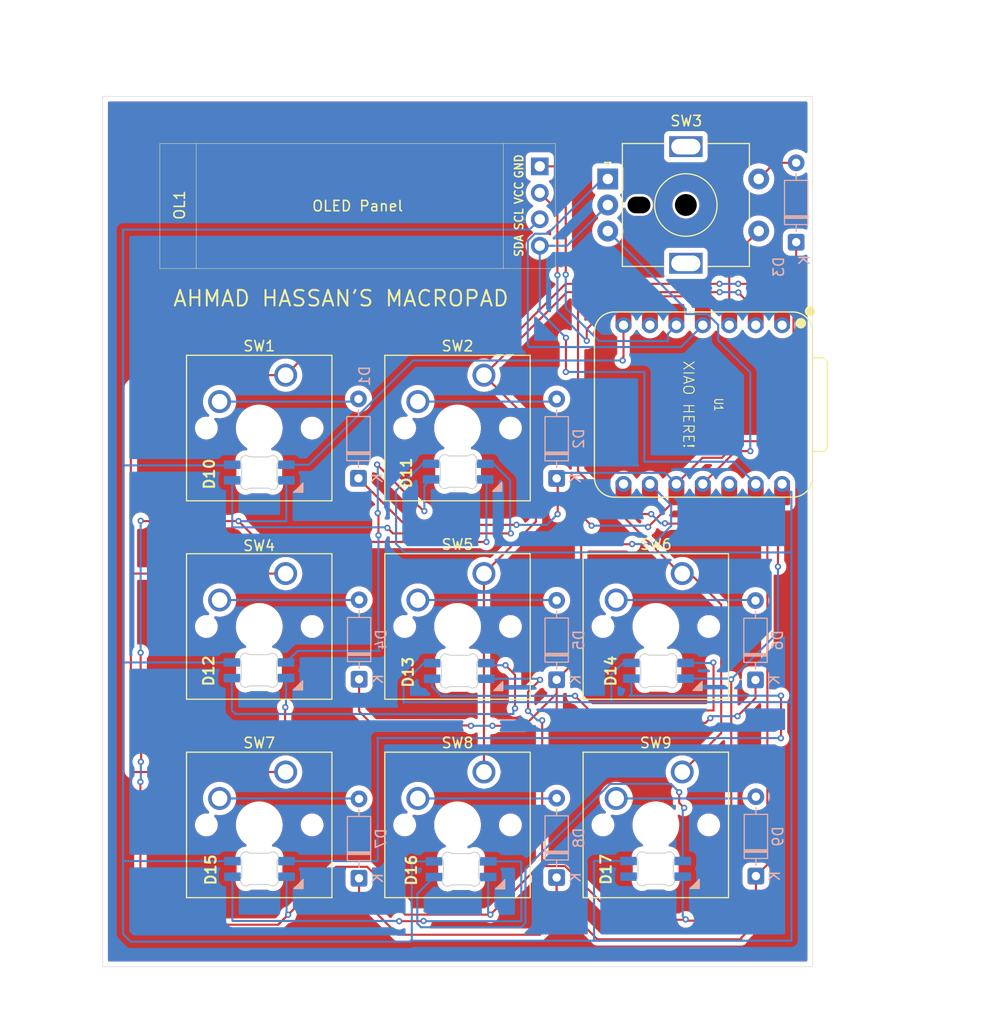
<source format=kicad_pcb>
(kicad_pcb (version 20241229) (generator "pcbnew") (generator_version "9.0")
  (layers (0 "F.Cu" signal) (2 "B.Cu" signal) (13 "F.Paste" user) (15 "B.Paste" user) (5 "F.SilkS" user "F.Silkscreen") (7 "B.SilkS" user "B.Silkscreen") (1 "F.Mask" user) (3 "B.Mask" user) (25 "Edge.Cuts" user))
  (net 0 "")
  (net 1 "ROW0")
  (net 2 "Net-(D1-A)")
  (net 3 "+5V")
  (net 4 "GND")
  (net 5 "Net-(D2-A)")
  (net 6 "Net-(D3-A)")
  (net 7 "ROW1")
  (net 8 "Net-(D4-A)")
  (net 9 "Net-(U1-GPIO3{slash}MOSI)")
  (net 10 "Net-(D5-A)")
  (net 11 "Net-(D6-A)")
  (net 12 "ROW2")
  (net 13 "Net-(D7-A)")
  (net 15 "Net-(D8-A)")
  (net 16 "Net-(D9-A)")
  (net 17 "Net-(D10-DIN)")
  (net 18 "Net-(D10-DOUT)")
  (net 19 "Net-(D11-DOUT)")
  (net 20 "Net-(D12-DOUT)")
  (net 21 "Net-(D13-DOUT)")
  (net 22 "Net-(D14-DOUT)")
  (net 23 "Net-(D15-DOUT)")
  (net 24 "Net-(D16-DOUT)")
  (net 25 "Net-(OL1-SCL)")
  (net 26 "Net-(OL1-SDA)")
  (net 27 "COLUMN0")
  (net 28 "COLUMN1")
  (net 29 "COLUMN2")
  (net 30 "Net-(U1-GPIO29{slash}ADC3{slash}A3)")
  (footprint "footprints:SK6812MINI-E_fixed" (layer "F.Cu") (at 143.03 113.91)
    (property "Reference" "D13")
    (property "Value" "SK6812MINI-E")
    (fp_line (start -1.699998 0.6) (end -1.699998 -0.805684) (stroke (width 0.1)) (layer "Edge.Cuts"))
    (fp_line (start -0.794451 -1.602841) (end 0.794454 -1.602841) (stroke (width 0.1)) (layer "Edge.Cuts"))
    (fp_line (start 0.794453 1.397158) (end -0.794451 1.397158) (stroke (width 0.1)) (layer "Edge.Cuts"))
    (fp_line (start 1.7 -0.805684) (end 1.7 0.6) (stroke (width 0.1)) (layer "Edge.Cuts"))
    (fp_arc (start -1.749483 -1.022562) (mid -1.712526 -0.91691) (end -1.699998 -0.805684) (stroke (width 0.1)) (layer "Edge.Cuts"))
    (fp_arc (start -1.749483 -1.022562) (mid -1.63807 -1.606877) (end -1.04671 -1.671141) (stroke (width 0.1)) (layer "Edge.Cuts"))
    (fp_arc (start -1.699998 0.600001) (mid -1.712526 0.711226) (end -1.749483 0.816878) (stroke (width 0.1)) (layer "Edge.Cuts"))
    (fp_arc (start -1.04671 1.465455) (mid -1.638069 1.401192) (end -1.749483 0.816878) (stroke (width 0.1)) (layer "Edge.Cuts"))
    (fp_arc (start -1.046709 1.465457) (mid -0.925121 1.414535) (end -0.794451 1.397158) (stroke (width 0.1)) (layer "Edge.Cuts"))
    (fp_arc (start -0.794452 -1.602842) (mid -0.925122 -1.620219) (end -1.04671 -1.671141) (stroke (width 0.1)) (layer "Edge.Cuts"))
    (fp_arc (start 0.794453 1.397158) (mid 0.925124 1.414535) (end 1.046712 1.465457) (stroke (width 0.1)) (layer "Edge.Cuts"))
    (fp_arc (start 1.046712 -1.67114) (mid 0.925124 -1.620218) (end 0.794454 -1.602841) (stroke (width 0.1)) (layer "Edge.Cuts"))
    (fp_arc (start 1.046712 -1.67114) (mid 1.638072 -1.606876) (end 1.749485 -1.022562) (stroke (width 0.1)) (layer "Edge.Cuts"))
    (fp_arc (start 1.7 -0.805685) (mid 1.712528 -0.91691) (end 1.749485 -1.022562) (stroke (width 0.1)) (layer "Edge.Cuts"))
    (fp_arc (start 1.749485 0.816877) (mid 1.638073 1.401193) (end 1.046712 1.465457) (stroke (width 0.1)) (layer "Edge.Cuts"))
    (fp_arc (start 1.749485 0.816878) (mid 1.712528 0.711226) (end 1.7 0.6) (stroke (width 0.1)) (layer "Edge.Cuts"))
  )
  (footprint "footprints:SK6812MINI-E_fixed" (layer "F.Cu") (at 143.217499 132.942842)
    (property "Reference" "D16")
    (property "Value" "SK6812MINI-E")
    (fp_line (start -1.699998 0.6) (end -1.699998 -0.805684) (stroke (width 0.1)) (layer "Edge.Cuts"))
    (fp_line (start -0.794451 -1.602841) (end 0.794454 -1.602841) (stroke (width 0.1)) (layer "Edge.Cuts"))
    (fp_line (start 0.794453 1.397158) (end -0.794451 1.397158) (stroke (width 0.1)) (layer "Edge.Cuts"))
    (fp_line (start 1.7 -0.805684) (end 1.7 0.6) (stroke (width 0.1)) (layer "Edge.Cuts"))
    (fp_arc (start -1.749483 -1.022562) (mid -1.712526 -0.91691) (end -1.699998 -0.805684) (stroke (width 0.1)) (layer "Edge.Cuts"))
    (fp_arc (start -1.749483 -1.022562) (mid -1.63807 -1.606877) (end -1.04671 -1.671141) (stroke (width 0.1)) (layer "Edge.Cuts"))
    (fp_arc (start -1.699998 0.600001) (mid -1.712526 0.711226) (end -1.749483 0.816878) (stroke (width 0.1)) (layer "Edge.Cuts"))
    (fp_arc (start -1.04671 1.465455) (mid -1.638069 1.401192) (end -1.749483 0.816878) (stroke (width 0.1)) (layer "Edge.Cuts"))
    (fp_arc (start -1.046709 1.465457) (mid -0.925121 1.414535) (end -0.794451 1.397158) (stroke (width 0.1)) (layer "Edge.Cuts"))
    (fp_arc (start -0.794452 -1.602842) (mid -0.925122 -1.620219) (end -1.04671 -1.671141) (stroke (width 0.1)) (layer "Edge.Cuts"))
    (fp_arc (start 0.794453 1.397158) (mid 0.925124 1.414535) (end 1.046712 1.465457) (stroke (width 0.1)) (layer "Edge.Cuts"))
    (fp_arc (start 1.046712 -1.67114) (mid 0.925124 -1.620218) (end 0.794454 -1.602841) (stroke (width 0.1)) (layer "Edge.Cuts"))
    (fp_arc (start 1.046712 -1.67114) (mid 1.638072 -1.606876) (end 1.749485 -1.022562) (stroke (width 0.1)) (layer "Edge.Cuts"))
    (fp_arc (start 1.7 -0.805685) (mid 1.712528 -0.91691) (end 1.749485 -1.022562) (stroke (width 0.1)) (layer "Edge.Cuts"))
    (fp_arc (start 1.749485 0.816877) (mid 1.638073 1.401193) (end 1.046712 1.465457) (stroke (width 0.1)) (layer "Edge.Cuts"))
    (fp_arc (start 1.749485 0.816878) (mid 1.712528 0.711226) (end 1.7 0.6) (stroke (width 0.1)) (layer "Edge.Cuts"))
  )
  (footprint "footprints:SK6812MINI-E_fixed" (layer "F.Cu") (at 123.83 94.86)
    (property "Reference" "D10")
    (property "Value" "SK6812MINI-E")
    (fp_line (start -1.699998 0.6) (end -1.699998 -0.805684) (stroke (width 0.1)) (layer "Edge.Cuts"))
    (fp_line (start -0.794451 -1.602841) (end 0.794454 -1.602841) (stroke (width 0.1)) (layer "Edge.Cuts"))
    (fp_line (start 0.794453 1.397158) (end -0.794451 1.397158) (stroke (width 0.1)) (layer "Edge.Cuts"))
    (fp_line (start 1.7 -0.805684) (end 1.7 0.6) (stroke (width 0.1)) (layer "Edge.Cuts"))
    (fp_arc (start -1.749483 -1.022562) (mid -1.712526 -0.91691) (end -1.699998 -0.805684) (stroke (width 0.1)) (layer "Edge.Cuts"))
    (fp_arc (start -1.749483 -1.022562) (mid -1.63807 -1.606877) (end -1.04671 -1.671141) (stroke (width 0.1)) (layer "Edge.Cuts"))
    (fp_arc (start -1.699998 0.600001) (mid -1.712526 0.711226) (end -1.749483 0.816878) (stroke (width 0.1)) (layer "Edge.Cuts"))
    (fp_arc (start -1.04671 1.465455) (mid -1.638069 1.401192) (end -1.749483 0.816878) (stroke (width 0.1)) (layer "Edge.Cuts"))
    (fp_arc (start -1.046709 1.465457) (mid -0.925121 1.414535) (end -0.794451 1.397158) (stroke (width 0.1)) (layer "Edge.Cuts"))
    (fp_arc (start -0.794452 -1.602842) (mid -0.925122 -1.620219) (end -1.04671 -1.671141) (stroke (width 0.1)) (layer "Edge.Cuts"))
    (fp_arc (start 0.794453 1.397158) (mid 0.925124 1.414535) (end 1.046712 1.465457) (stroke (width 0.1)) (layer "Edge.Cuts"))
    (fp_arc (start 1.046712 -1.67114) (mid 0.925124 -1.620218) (end 0.794454 -1.602841) (stroke (width 0.1)) (layer "Edge.Cuts"))
    (fp_arc (start 1.046712 -1.67114) (mid 1.638072 -1.606876) (end 1.749485 -1.022562) (stroke (width 0.1)) (layer "Edge.Cuts"))
    (fp_arc (start 1.7 -0.805685) (mid 1.712528 -0.91691) (end 1.749485 -1.022562) (stroke (width 0.1)) (layer "Edge.Cuts"))
    (fp_arc (start 1.749485 0.816877) (mid 1.638073 1.401193) (end 1.046712 1.465457) (stroke (width 0.1)) (layer "Edge.Cuts"))
    (fp_arc (start 1.749485 0.816878) (mid 1.712528 0.711226) (end 1.7 0.6) (stroke (width 0.1)) (layer "Edge.Cuts"))
  )
  (footprint "Button_Switch_Keyboard:SW_Cherry_MX_1.00u_PCB" (layer "F.Cu") (at 145.415 123.5075)
    (property "Reference" "SW8")
    (property "Value" "SW_Push")
  )
  (footprint "Button_Switch_Keyboard:SW_Cherry_MX_1.00u_PCB" (layer "F.Cu") (at 126.365 104.4575)
    (property "Reference" "SW4")
    (property "Value" "SW_Push")
  )
  (footprint "MacroPad:XIAO-RP2040-DIP" (layer "F.Cu") (at 166.44 88.23 -90)
    (property "Reference" "U1")
    (property "Value" "XIAO-RP2040-DIP")
  )
  (footprint "Button_Switch_Keyboard:SW_Cherry_MX_1.00u_PCB" (layer "F.Cu") (at 145.415 85.4075)
    (property "Reference" "SW2")
    (property "Value" "SW_Push")
  )
  (footprint "Rotary_Encoder:RotaryEncoder_Alps_EC11E-Switch_Vertical_H20mm_MountingHoles" (layer "F.Cu") (at 157.31 66.571)
    (property "Reference" "SW3")
    (property "Value" "RotaryEncoder_Switch")
  )
  (footprint "footprints:SK6812MINI-E_fixed" (layer "F.Cu") (at 123.847499 132.912842)
    (property "Reference" "D15")
    (property "Value" "SK6812MINI-E")
    (fp_line (start -1.699998 0.6) (end -1.699998 -0.805684) (stroke (width 0.1)) (layer "Edge.Cuts"))
    (fp_line (start -0.794451 -1.602841) (end 0.794454 -1.602841) (stroke (width 0.1)) (layer "Edge.Cuts"))
    (fp_line (start 0.794453 1.397158) (end -0.794451 1.397158) (stroke (width 0.1)) (layer "Edge.Cuts"))
    (fp_line (start 1.7 -0.805684) (end 1.7 0.6) (stroke (width 0.1)) (layer "Edge.Cuts"))
    (fp_arc (start -1.749483 -1.022562) (mid -1.712526 -0.91691) (end -1.699998 -0.805684) (stroke (width 0.1)) (layer "Edge.Cuts"))
    (fp_arc (start -1.749483 -1.022562) (mid -1.63807 -1.606877) (end -1.04671 -1.671141) (stroke (width 0.1)) (layer "Edge.Cuts"))
    (fp_arc (start -1.699998 0.600001) (mid -1.712526 0.711226) (end -1.749483 0.816878) (stroke (width 0.1)) (layer "Edge.Cuts"))
    (fp_arc (start -1.04671 1.465455) (mid -1.638069 1.401192) (end -1.749483 0.816878) (stroke (width 0.1)) (layer "Edge.Cuts"))
    (fp_arc (start -1.046709 1.465457) (mid -0.925121 1.414535) (end -0.794451 1.397158) (stroke (width 0.1)) (layer "Edge.Cuts"))
    (fp_arc (start -0.794452 -1.602842) (mid -0.925122 -1.620219) (end -1.04671 -1.671141) (stroke (width 0.1)) (layer "Edge.Cuts"))
    (fp_arc (start 0.794453 1.397158) (mid 0.925124 1.414535) (end 1.046712 1.465457) (stroke (width 0.1)) (layer "Edge.Cuts"))
    (fp_arc (start 1.046712 -1.67114) (mid 0.925124 -1.620218) (end 0.794454 -1.602841) (stroke (width 0.1)) (layer "Edge.Cuts"))
    (fp_arc (start 1.046712 -1.67114) (mid 1.638072 -1.606876) (end 1.749485 -1.022562) (stroke (width 0.1)) (layer "Edge.Cuts"))
    (fp_arc (start 1.7 -0.805685) (mid 1.712528 -0.91691) (end 1.749485 -1.022562) (stroke (width 0.1)) (layer "Edge.Cuts"))
    (fp_arc (start 1.749485 0.816877) (mid 1.638073 1.401193) (end 1.046712 1.465457) (stroke (width 0.1)) (layer "Edge.Cuts"))
    (fp_arc (start 1.749485 0.816878) (mid 1.712528 0.711226) (end 1.7 0.6) (stroke (width 0.1)) (layer "Edge.Cuts"))
  )
  (footprint "Library:SSD1306-0.91-OLED-4pin-128x32" (layer "F.Cu") (at 114.275 63.17125)
    (property "Reference" "OL1")
    (property "Value" "OLED")
  )
  (footprint "footprints:SK6812MINI-E_fixed" (layer "F.Cu") (at 142.93 94.77)
    (property "Reference" "D11")
    (property "Value" "SK6812MINI-E")
    (fp_line (start -1.699998 0.6) (end -1.699998 -0.805684) (stroke (width 0.1)) (layer "Edge.Cuts"))
    (fp_line (start -0.794451 -1.602841) (end 0.794454 -1.602841) (stroke (width 0.1)) (layer "Edge.Cuts"))
    (fp_line (start 0.794453 1.397158) (end -0.794451 1.397158) (stroke (width 0.1)) (layer "Edge.Cuts"))
    (fp_line (start 1.7 -0.805684) (end 1.7 0.6) (stroke (width 0.1)) (layer "Edge.Cuts"))
    (fp_arc (start -1.749483 -1.022562) (mid -1.712526 -0.91691) (end -1.699998 -0.805684) (stroke (width 0.1)) (layer "Edge.Cuts"))
    (fp_arc (start -1.749483 -1.022562) (mid -1.63807 -1.606877) (end -1.04671 -1.671141) (stroke (width 0.1)) (layer "Edge.Cuts"))
    (fp_arc (start -1.699998 0.600001) (mid -1.712526 0.711226) (end -1.749483 0.816878) (stroke (width 0.1)) (layer "Edge.Cuts"))
    (fp_arc (start -1.04671 1.465455) (mid -1.638069 1.401192) (end -1.749483 0.816878) (stroke (width 0.1)) (layer "Edge.Cuts"))
    (fp_arc (start -1.046709 1.465457) (mid -0.925121 1.414535) (end -0.794451 1.397158) (stroke (width 0.1)) (layer "Edge.Cuts"))
    (fp_arc (start -0.794452 -1.602842) (mid -0.925122 -1.620219) (end -1.04671 -1.671141) (stroke (width 0.1)) (layer "Edge.Cuts"))
    (fp_arc (start 0.794453 1.397158) (mid 0.925124 1.414535) (end 1.046712 1.465457) (stroke (width 0.1)) (layer "Edge.Cuts"))
    (fp_arc (start 1.046712 -1.67114) (mid 0.925124 -1.620218) (end 0.794454 -1.602841) (stroke (width 0.1)) (layer "Edge.Cuts"))
    (fp_arc (start 1.046712 -1.67114) (mid 1.638072 -1.606876) (end 1.749485 -1.022562) (stroke (width 0.1)) (layer "Edge.Cuts"))
    (fp_arc (start 1.7 -0.805685) (mid 1.712528 -0.91691) (end 1.749485 -1.022562) (stroke (width 0.1)) (layer "Edge.Cuts"))
    (fp_arc (start 1.749485 0.816877) (mid 1.638073 1.401193) (end 1.046712 1.465457) (stroke (width 0.1)) (layer "Edge.Cuts"))
    (fp_arc (start 1.749485 0.816878) (mid 1.712528 0.711226) (end 1.7 0.6) (stroke (width 0.1)) (layer "Edge.Cuts"))
  )
  (footprint "Button_Switch_Keyboard:SW_Cherry_MX_1.00u_PCB" (layer "F.Cu") (at 164.465 104.4575)
    (property "Reference" "SW6")
    (property "Value" "SW_Push")
  )
  (footprint "footprints:SK6812MINI-E_fixed" (layer "F.Cu") (at 161.907499 132.902842)
    (property "Reference" "D17")
    (property "Value" "SK6812MINI-E")
    (fp_line (start -1.699998 0.6) (end -1.699998 -0.805684) (stroke (width 0.1)) (layer "Edge.Cuts"))
    (fp_line (start -0.794451 -1.602841) (end 0.794454 -1.602841) (stroke (width 0.1)) (layer "Edge.Cuts"))
    (fp_line (start 0.794453 1.397158) (end -0.794451 1.397158) (stroke (width 0.1)) (layer "Edge.Cuts"))
    (fp_line (start 1.7 -0.805684) (end 1.7 0.6) (stroke (width 0.1)) (layer "Edge.Cuts"))
    (fp_arc (start -1.749483 -1.022562) (mid -1.712526 -0.91691) (end -1.699998 -0.805684) (stroke (width 0.1)) (layer "Edge.Cuts"))
    (fp_arc (start -1.749483 -1.022562) (mid -1.63807 -1.606877) (end -1.04671 -1.671141) (stroke (width 0.1)) (layer "Edge.Cuts"))
    (fp_arc (start -1.699998 0.600001) (mid -1.712526 0.711226) (end -1.749483 0.816878) (stroke (width 0.1)) (layer "Edge.Cuts"))
    (fp_arc (start -1.04671 1.465455) (mid -1.638069 1.401192) (end -1.749483 0.816878) (stroke (width 0.1)) (layer "Edge.Cuts"))
    (fp_arc (start -1.046709 1.465457) (mid -0.925121 1.414535) (end -0.794451 1.397158) (stroke (width 0.1)) (layer "Edge.Cuts"))
    (fp_arc (start -0.794452 -1.602842) (mid -0.925122 -1.620219) (end -1.04671 -1.671141) (stroke (width 0.1)) (layer "Edge.Cuts"))
    (fp_arc (start 0.794453 1.397158) (mid 0.925124 1.414535) (end 1.046712 1.465457) (stroke (width 0.1)) (layer "Edge.Cuts"))
    (fp_arc (start 1.046712 -1.67114) (mid 0.925124 -1.620218) (end 0.794454 -1.602841) (stroke (width 0.1)) (layer "Edge.Cuts"))
    (fp_arc (start 1.046712 -1.67114) (mid 1.638072 -1.606876) (end 1.749485 -1.022562) (stroke (width 0.1)) (layer "Edge.Cuts"))
    (fp_arc (start 1.7 -0.805685) (mid 1.712528 -0.91691) (end 1.749485 -1.022562) (stroke (width 0.1)) (layer "Edge.Cuts"))
    (fp_arc (start 1.749485 0.816877) (mid 1.638073 1.401193) (end 1.046712 1.465457) (stroke (width 0.1)) (layer "Edge.Cuts"))
    (fp_arc (start 1.749485 0.816878) (mid 1.712528 0.711226) (end 1.7 0.6) (stroke (width 0.1)) (layer "Edge.Cuts"))
  )
  (footprint "Button_Switch_Keyboard:SW_Cherry_MX_1.00u_PCB" (layer "F.Cu") (at 145.415 104.4575)
    (property "Reference" "SW5")
    (property "Value" "SW_Push")
  )
  (footprint "footprints:SK6812MINI-E_fixed" (layer "F.Cu") (at 123.797499 113.842842)
    (property "Reference" "D12")
    (property "Value" "SK6812MINI-E")
    (fp_line (start -1.699998 0.6) (end -1.699998 -0.805684) (stroke (width 0.1)) (layer "Edge.Cuts"))
    (fp_line (start -0.794451 -1.602841) (end 0.794454 -1.602841) (stroke (width 0.1)) (layer "Edge.Cuts"))
    (fp_line (start 0.794453 1.397158) (end -0.794451 1.397158) (stroke (width 0.1)) (layer "Edge.Cuts"))
    (fp_line (start 1.7 -0.805684) (end 1.7 0.6) (stroke (width 0.1)) (layer "Edge.Cuts"))
    (fp_arc (start -1.749483 -1.022562) (mid -1.712526 -0.91691) (end -1.699998 -0.805684) (stroke (width 0.1)) (layer "Edge.Cuts"))
    (fp_arc (start -1.749483 -1.022562) (mid -1.63807 -1.606877) (end -1.04671 -1.671141) (stroke (width 0.1)) (layer "Edge.Cuts"))
    (fp_arc (start -1.699998 0.600001) (mid -1.712526 0.711226) (end -1.749483 0.816878) (stroke (width 0.1)) (layer "Edge.Cuts"))
    (fp_arc (start -1.04671 1.465455) (mid -1.638069 1.401192) (end -1.749483 0.816878) (stroke (width 0.1)) (layer "Edge.Cuts"))
    (fp_arc (start -1.046709 1.465457) (mid -0.925121 1.414535) (end -0.794451 1.397158) (stroke (width 0.1)) (layer "Edge.Cuts"))
    (fp_arc (start -0.794452 -1.602842) (mid -0.925122 -1.620219) (end -1.04671 -1.671141) (stroke (width 0.1)) (layer "Edge.Cuts"))
    (fp_arc (start 0.794453 1.397158) (mid 0.925124 1.414535) (end 1.046712 1.465457) (stroke (width 0.1)) (layer "Edge.Cuts"))
    (fp_arc (start 1.046712 -1.67114) (mid 0.925124 -1.620218) (end 0.794454 -1.602841) (stroke (width 0.1)) (layer "Edge.Cuts"))
    (fp_arc (start 1.046712 -1.67114) (mid 1.638072 -1.606876) (end 1.749485 -1.022562) (stroke (width 0.1)) (layer "Edge.Cuts"))
    (fp_arc (start 1.7 -0.805685) (mid 1.712528 -0.91691) (end 1.749485 -1.022562) (stroke (width 0.1)) (layer "Edge.Cuts"))
    (fp_arc (start 1.749485 0.816877) (mid 1.638073 1.401193) (end 1.046712 1.465457) (stroke (width 0.1)) (layer "Edge.Cuts"))
    (fp_arc (start 1.749485 0.816878) (mid 1.712528 0.711226) (end 1.7 0.6) (stroke (width 0.1)) (layer "Edge.Cuts"))
  )
  (footprint "Button_Switch_Keyboard:SW_Cherry_MX_1.00u_PCB" (layer "F.Cu") (at 126.365 123.5075)
    (property "Reference" "SW7")
    (property "Value" "SW_Push")
  )
  (footprint "Button_Switch_Keyboard:SW_Cherry_MX_1.00u_PCB" (layer "F.Cu") (at 126.365 85.4075)
    (property "Reference" "SW1")
    (property "Value" "SW_Push")
  )
  (footprint "footprints:SK6812MINI-E_fixed" (layer "F.Cu") (at 162.177499 113.892842)
    (property "Reference" "D14")
    (property "Value" "SK6812MINI-E")
    (fp_line (start -1.699998 0.6) (end -1.699998 -0.805684) (stroke (width 0.1)) (layer "Edge.Cuts"))
    (fp_line (start -0.794451 -1.602841) (end 0.794454 -1.602841) (stroke (width 0.1)) (layer "Edge.Cuts"))
    (fp_line (start 0.794453 1.397158) (end -0.794451 1.397158) (stroke (width 0.1)) (layer "Edge.Cuts"))
    (fp_line (start 1.7 -0.805684) (end 1.7 0.6) (stroke (width 0.1)) (layer "Edge.Cuts"))
    (fp_arc (start -1.749483 -1.022562) (mid -1.712526 -0.91691) (end -1.699998 -0.805684) (stroke (width 0.1)) (layer "Edge.Cuts"))
    (fp_arc (start -1.749483 -1.022562) (mid -1.63807 -1.606877) (end -1.04671 -1.671141) (stroke (width 0.1)) (layer "Edge.Cuts"))
    (fp_arc (start -1.699998 0.600001) (mid -1.712526 0.711226) (end -1.749483 0.816878) (stroke (width 0.1)) (layer "Edge.Cuts"))
    (fp_arc (start -1.04671 1.465455) (mid -1.638069 1.401192) (end -1.749483 0.816878) (stroke (width 0.1)) (layer "Edge.Cuts"))
    (fp_arc (start -1.046709 1.465457) (mid -0.925121 1.414535) (end -0.794451 1.397158) (stroke (width 0.1)) (layer "Edge.Cuts"))
    (fp_arc (start -0.794452 -1.602842) (mid -0.925122 -1.620219) (end -1.04671 -1.671141) (stroke (width 0.1)) (layer "Edge.Cuts"))
    (fp_arc (start 0.794453 1.397158) (mid 0.925124 1.414535) (end 1.046712 1.465457) (stroke (width 0.1)) (layer "Edge.Cuts"))
    (fp_arc (start 1.046712 -1.67114) (mid 0.925124 -1.620218) (end 0.794454 -1.602841) (stroke (width 0.1)) (layer "Edge.Cuts"))
    (fp_arc (start 1.046712 -1.67114) (mid 1.638072 -1.606876) (end 1.749485 -1.022562) (stroke (width 0.1)) (layer "Edge.Cuts"))
    (fp_arc (start 1.7 -0.805685) (mid 1.712528 -0.91691) (end 1.749485 -1.022562) (stroke (width 0.1)) (layer "Edge.Cuts"))
    (fp_arc (start 1.749485 0.816877) (mid 1.638073 1.401193) (end 1.046712 1.465457) (stroke (width 0.1)) (layer "Edge.Cuts"))
    (fp_arc (start 1.749485 0.816878) (mid 1.712528 0.711226) (end 1.7 0.6) (stroke (width 0.1)) (layer "Edge.Cuts"))
  )
  (footprint "Button_Switch_Keyboard:SW_Cherry_MX_1.00u_PCB" (layer "F.Cu") (at 164.465 123.5075)
    (property "Reference" "SW9")
    (property "Value" "SW_Push")
  )
  (footprint "Diode_THT:D_DO-35_SOD27_P7.62mm_Horizontal" (layer "B.Cu") (at 133.36 95.31 90)
    (property "Reference" "D1")
    (property "Value" "1N4148")
  )
  (footprint "Diode_THT:D_DO-35_SOD27_P7.62mm_Horizontal" (layer "B.Cu") (at 133.42 114.6 90)
    (property "Reference" "D4")
    (property "Value" "1N4148")
  )
  (footprint "Diode_THT:D_DO-35_SOD27_P7.62mm_Horizontal" (layer "B.Cu") (at 152.4 133.64 90)
    (property "Reference" "D8")
    (property "Value" "1N4148")
  )
  (footprint "Diode_THT:D_DO-35_SOD27_P7.62mm_Horizontal" (layer "B.Cu") (at 133.41 133.71 90)
    (property "Reference" "D7")
    (property "Value" "1N4148")
  )
  (footprint "Diode_THT:D_DO-35_SOD27_P7.62mm_Horizontal" (layer "B.Cu") (at 175.41 72.64 90)
    (property "Reference" "D3")
    (property "Value" "1N4148")
  )
  (footprint "Diode_THT:D_DO-35_SOD27_P7.62mm_Horizontal" (layer "B.Cu") (at 152.4 95.32 90)
    (property "Reference" "D2")
    (property "Value" "1N4148")
  )
  (footprint "Diode_THT:D_DO-35_SOD27_P7.62mm_Horizontal" (layer "B.Cu") (at 171.5 114.67 90)
    (property "Reference" "D6")
    (property "Value" "1N4148")
  )
  (footprint "Diode_THT:D_DO-35_SOD27_P7.62mm_Horizontal" (layer "B.Cu") (at 152.4 114.65 90)
    (property "Reference" "D5")
    (property "Value" "1N4148")
  )
  (footprint "Diode_THT:D_DO-35_SOD27_P7.62mm_Horizontal" (layer "B.Cu") (at 171.54 133.5 90)
    (property "Reference" "D9")
    (property "Value" "1N4148")
  )
  (gr_rect (start 108.79 58.64) (end 176.99 142.2) (stroke (width 0.05)) (fill no) (layer "Edge.Cuts"))
  (gr_text "AHMAD HASSAN'S MACROPAD" (at 131.68 78.04 0) (layer "F.SilkS") (effects (font (size 1.5 1.5) (thickness 0.1875))))
  (gr_text "XIAO HERE!" (at 164.48 83.94 270) (layer "F.SilkS") (effects (font (size 1 1) (thickness 0.1)) (justify left bottom)))
  (segment (start 152.5 95.31) (end 152.5 98.74) (width 0.2) (layer "F.Cu") (net 1))
  (segment (start 175.19 91.75) (end 169.87 91.75) (width 0.2) (layer "F.Cu") (net 1))
  (segment (start 152.5 98.74) (end 152.49 98.75) (width 0.2) (layer "F.Cu") (net 1))
  (segment (start 168.28 93.34) (end 166.41 93.34) (width 0.2) (layer "F.Cu") (net 1))
  (segment (start 175.15 91.71) (end 175.19 91.75) (width 0.2) (layer "F.Cu") (net 1))
  (segment (start 175.15 74.355) (end 175.15 91.71) (width 0.2) (layer "F.Cu") (net 1))
  (segment (start 137.83 99.78) (end 133.36 95.31) (width 0.2) (layer "F.Cu") (net 1))
  (segment (start 152.5 95.31) (end 152.5 96.6) (width 0.2) (layer "F.Cu") (net 1))
  (segment (start 152.5 96.6) (end 155.76 99.86) (width 0.2) (layer "F.Cu") (net 1))
  (segment (start 166.41 93.34) (end 163.9 95.85) (width 0.2) (layer "F.Cu") (net 1))
  (segment (start 148.53 99.78) (end 137.83 99.78) (width 0.2) (layer "F.Cu") (net 1))
  (segment (start 169.87 91.75) (end 168.28 93.34) (width 0.2) (layer "F.Cu") (net 1))
  (segment (start 161.18 99.99) (end 163.9 97.27) (width 0.2) (layer "F.Cu") (net 1))
  (segment (start 163.9 97.27) (end 163.9 95.85) (width 0.2) (layer "F.Cu") (net 1))
  (segment (start 175.41 74.095) (end 175.41 72.64) (width 0.2) (layer "F.Cu") (net 1))
  (segment (start 175.15 74.355) (end 175.41 74.095) (width 0.2) (layer "F.Cu") (net 1))
  (via (at 152.49 98.75) (size 0.6) (drill 0.3) (layers "F.Cu" "B.Cu") (net 1))
  (via (at 148.53 99.78) (size 0.6) (drill 0.3) (layers "F.Cu" "B.Cu") (net 1))
  (via (at 155.76 99.86) (size 0.6) (drill 0.3) (layers "F.Cu" "B.Cu") (net 1))
  (via (at 161.18 99.99) (size 0.6) (drill 0.3) (layers "F.Cu" "B.Cu") (net 1))
  (segment (start 153.023 94.787) (end 162.837 94.787) (width 0.2) (layer "B.Cu") (net 1))
  (segment (start 155.76 99.86) (end 161.05 99.86) (width 0.2) (layer "B.Cu") (net 1))
  (segment (start 161.05 99.86) (end 161.18 99.99) (width 0.2) (layer "B.Cu") (net 1))
  (segment (start 152.5 95.31) (end 153.023 94.787) (width 0.2) (layer "B.Cu") (net 1))
  (segment (start 151.46 99.78) (end 148.53 99.78) (width 0.2) (layer "B.Cu") (net 1))
  (segment (start 162.837 94.787) (end 163.9 95.85) (width 0.2) (layer "B.Cu") (net 1))
  (segment (start 152.49 98.75) (end 151.46 99.78) (width 0.2) (layer "B.Cu") (net 1))
  (segment (start 120.015 87.9475) (end 133.1025 87.9475) (width 0.2) (layer "B.Cu") (net 2))
  (segment (start 133.1025 87.9475) (end 133.36 87.69) (width 0.2) (layer "B.Cu") (net 2))
  (segment (start 133.5 87.69) (end 133.17 87.69) (width 0.2) (layer "B.Cu") (net 2))
  (segment (start 133.17 87.69) (end 132.9125 87.9475) (width 0.2) (layer "B.Cu") (net 2))
  (segment (start 133.2425 87.9475) (end 133.5 87.69) (width 0.2) (layer "B.Cu") (net 2))
  (segment (start 137.7 114.977159) (end 139.620001 113.057158) (width 0.2) (layer "B.Cu") (net 3))
  (segment (start 139.530001 93.917158) (end 140.330001 93.917158) (width 0.2) (layer "B.Cu") (net 3))
  (segment (start 110.74 139.06) (end 111.48 139.8) (width 0.2) (layer "B.Cu") (net 3))
  (segment (start 139.660001 113.017158) (end 140.460001 113.017158) (width 0.2) (layer "B.Cu") (net 3))
  (segment (start 110.74 71.43) (end 110.74 94.03) (width 0.2) (layer "B.Cu") (net 3))
  (segment (start 110.78 94.07) (end 110.74 94.07) (width 0.2) (layer "B.Cu") (net 3))
  (segment (start 139.620001 113.057158) (end 140.430001 113.057158) (width 0.2) (layer "B.Cu") (net 3))
  (segment (start 174.95 102.43) (end 137.79 102.43) (width 0.2) (layer "B.Cu") (net 3))
  (segment (start 155.945 139.705) (end 155.99 139.66) (width 0.2) (layer "B.Cu") (net 3))
  (segment (start 157.65 114.1675) (end 158.7775 113.04) (width 0.2) (layer "B.Cu") (net 3))
  (segment (start 174.95 116.8) (end 157.65 116.8) (width 0.2) (layer "B.Cu") (net 3))
  (segment (start 174.93 139.705) (end 155.945 139.705) (width 0.2) (layer "B.Cu") (net 3))
  (segment (start 110.74 132.07) (end 110.76 132.09) (width 0.2) (layer "B.Cu") (net 3))
  (segment (start 110.74 94.03) (end 110.78 94.07) (width 0.2) (layer "B.Cu") (net 3))
  (segment (start 156.05 132.05) (end 159.3075 132.05) (width 0.2) (layer "B.Cu") (net 3))
  (segment (start 138.48 139.62) (end 138.48 131.95) (width 0.2) (layer "B.Cu") (net 3))
  (segment (start 174.84 96.63) (end 174.06 95.85) (width 0.2) (layer "B.Cu") (net 3))
  (segment (start 138.395 139.705) (end 155.945 139.705) (width 0.2) (layer "B.Cu") (net 3))
  (segment (start 138.62 132.09) (end 140.6175 132.09) (width 0.2) (layer "B.Cu") (net 3))
  (segment (start 138.3 139.8) (end 138.395 139.705) (width 0.2) (layer "B.Cu") (net 3))
  (segment (start 158.7775 113.04) (end 159.5775 113.04) (width 0.2) (layer "B.Cu") (net 3))
  (segment (start 110.74 132.07) (end 110.74 139.06) (width 0.2) (layer "B.Cu") (net 3))
  (segment (start 110.74 112.99) (end 110.74 132.07) (width 0.2) (layer "B.Cu") (net 3))
  (segment (start 149.78625 71.43) (end 110.74 71.43) (width 0.2) (layer "B.Cu") (net 3))
  (segment (start 136.97 101.61) (end 136.97 96.477159) (width 0.2) (layer "B.Cu") (net 3))
  (segment (start 110.79 132.06) (end 121.2475 132.06) (width 0.2) (layer "B.Cu") (net 3))
  (segment (start 157.65 116.8) (end 157.65 114.1675) (width 0.2) (layer "B.Cu") (net 3))
  (segment (start 110.74 94.07) (end 110.74 112.99) (width 0.2) (layer "B.Cu") (net 3))
  (segment (start 138.48 131.95) (end 138.62 132.09) (width 0.2) (layer "B.Cu") (net 3))
  (segment (start 121.230001 94.007158) (end 121.167159 94.07) (width 0.2) (layer "B.Cu") (net 3))
  (segment (start 121.167159 94.07) (end 110.78 94.07) (width 0.2) (layer "B.Cu") (net 3))
  (segment (start 137.7 116.89) (end 137.7 114.977159) (width 0.2) (layer "B.Cu") (net 3))
  (segment (start 155.99 132.17) (end 155.96 132.14) (width 0.2) (layer "B.Cu") (net 3))
  (segment (start 150.775 70.44125) (end 149.78625 71.43) (width 0.2) (layer "B.Cu") (net 3))
  (segment (start 110.76 132.09) (end 110.79 132.06) (width 0.2) (layer "B.Cu") (net 3))
  (segment (start 155.99 139.66) (end 155.99 132.17) (width 0.2) (layer "B.Cu") (net 3))
  (segment (start 174.95 139.685) (end 174.93 139.705) (width 0.2) (layer "B.Cu") (net 3))
  (segment (start 138.395 139.705) (end 138.48 139.62) (width 0.2) (layer "B.Cu") (net 3))
  (segment (start 174.95 96.63) (end 174.84 96.63) (width 0.2) (layer "B.Cu") (net 3))
  (segment (start 137.79 116.8) (end 137.7 116.89) (width 0.2) (layer "B.Cu") (net 3))
  (segment (start 137.79 102.43) (end 136.97 101.61) (width 0.2) (layer "B.Cu") (net 3))
  (segment (start 155.96 132.14) (end 156.05 132.05) (width 0.2) (layer "B.Cu") (net 3))
  (segment (start 174.95 116.8) (end 174.95 139.685) (width 0.2) (layer "B.Cu") (net 3))
  (segment (start 174.95 116.8) (end 174.95 102.43) (width 0.2) (layer "B.Cu") (net 3))
  (segment (start 157.65 116.8) (end 137.79 116.8) (width 0.2) (layer "B.Cu") (net 3))
  (segment (start 111.48 139.8) (end 138.3 139.8) (width 0.2) (layer "B.Cu") (net 3))
  (segment (start 174.95 102.43) (end 174.95 96.63) (width 0.2) (layer "B.Cu") (net 3))
  (segment (start 136.97 96.477159) (end 139.530001 93.917158) (width 0.2) (layer "B.Cu") (net 3))
  (segment (start 110.74 112.99) (end 121.1975 112.99) (width 0.2) (layer "B.Cu") (net 3))
  (segment (start 151.01 132.22) (end 151.01 118.55) (width 0.2) (layer "F.Cu") (net 4))
  (segment (start 153.29 81.82) (end 153.29 84.04) (width 0.2) (layer "F.Cu") (net 4))
  (segment (start 112.48 122.5) (end 112.45 122.53) (width 0.2) (layer "F.Cu") (net 4))
  (segment (start 153.29 84.04) (end 153.29 85.09) (width 0.2) (layer "F.Cu") (net 4))
  (segment (start 150.691 132.539) (end 153.199 132.539) (width 0.2) (layer "F.Cu") (net 4))
  (segment (start 137.84 137.2) (end 146.03 137.2) (width 0.2) (layer "F.Cu") (net 4))
  (segment (start 121.830001 99.42) (end 112.47 99.42) (width 0.2) (layer "F.Cu") (net 4))
  (segment (start 149.65 115.81) (end 150.8 114.66) (width 0.2) (layer "F.Cu") (net 4))
  (segment (start 164.76 137.69) (end 164.79 137.66) (width 0.2) (layer "F.Cu") (net 4))
  (segment (start 150.691 132.539) (end 151.01 132.22) (width 0.2) (layer "F.Cu") (net 4))
  (segment (start 112.48 119.27) (end 112.48 122.5) (width 0.2) (layer "F.Cu") (net 4))
  (segment (start 169.17 137.78) (end 169.17 114.63) (width 0.2) (layer "F.Cu") (net 4))
  (segment (start 164.91 137.78) (end 169.17 137.78) (width 0.2) (layer "F.Cu") (net 4))
  (segment (start 137.77 137.13) (end 137.84 137.2) (width 0.2) (layer "F.Cu") (net 4))
  (segment (start 173.66 103.79) (end 173.66 99.06763) (width 0.2) (layer "F.Cu") (net 4))
  (segment (start 164.79 137.66) (end 164.91 137.78) (width 0.2) (layer "F.Cu") (net 4))
  (segment (start 145.65 101.42) (end 123.830001 101.42) (width 0.2) (layer "F.Cu") (net 4))
  (segment (start 131.201 132.609) (end 134.19516 132.609) (width 0.2) (layer "F.Cu") (net 4))
  (segment (start 146.03 137.2) (end 150.691 132.539) (width 0.2) (layer "F.Cu") (net 4))
  (segment (start 169.17 114.63) (end 169.16 114.62) (width 0.2) (layer "F.Cu") (net 4))
  (segment (start 153.199 132.539) (end 158.35 137.69) (width 0.2) (layer "F.Cu") (net 4))
  (segment (start 112.43 112.05) (end 112.43 119.22) (width 0.2) (layer "F.Cu") (net 4))
  (segment (start 112.41 138.17) (end 125.64 138.17) (width 0.2) (layer "F.Cu") (net 4))
  (segment (start 125.64 138.17) (end 131.201 132.609) (width 0.2) (layer "F.Cu") (net 4))
  (segment (start 112.41 124.46) (end 112.41 138.17) (width 0.2) (layer "F.Cu") (net 4))
  (segment (start 171.52 96.92763) (end 171.52 95.85) (width 0.2) (layer "F.Cu") (net 4))
  (segment (start 173.66 99.06763) (end 171.52 96.92763) (width 0.2) (layer "F.Cu") (net 4))
  (segment (start 123.830001 101.42) (end 121.830001 99.42) (width 0.2) (layer "F.Cu") (net 4))
  (segment (start 125.64 138.17) (end 126.6 137.21) (width 0.2) (layer "F.Cu") (net 4))
  (segment (start 153.29 85.09) (end 153.28 85.1) (width 0.2) (layer "F.Cu") (net 4))
  (segment (start 149.65 117.65) (end 149.65 115.81) (width 0.2) (layer "F.Cu") (net 4))
  (segment (start 126.31 119.27) (end 126.31 117.31) (width 0.2) (layer "F.Cu") (net 4))
  (segment (start 158.35 137.69) (end 164.76 137.69) (width 0.2) (layer "F.Cu") (net 4))
  (segment (start 134.19516 132.609) (end 137.77 136.18384) (width 0.2) (layer "F.Cu") (net 4))
  (segment (start 112.43 119.22) (end 112.48 119.27) (width 0.2) (layer "F.Cu") (net 4))
  (segment (start 126.31 117.31) (end 126.33 117.29) (width 0.2) (layer "F.Cu") (net 4))
  (segment (start 112.48 119.27) (end 126.31 119.27) (width 0.2) (layer "F.Cu") (net 4))
  (segment (start 112.47 99.42) (end 112.44 99.39) (width 0.2) (layer "F.Cu") (net 4))
  (segment (start 137.77 136.18384) (end 137.77 137.13) (width 0.2) (layer "F.Cu") (net 4))
  (via (at 149.65 117.65) (size 0.6) (drill 0.3) (layers "F.Cu" "B.Cu") (net 4))
  (via (at 151.01 118.55) (size 0.6) (drill 0.3) (layers "F.Cu" "B.Cu") (net 4))
  (via (at 146.03 137.2) (size 0.6) (drill 0.3) (layers "F.Cu" "B.Cu") (net 4))
  (via (at 173.66 103.79) (size 0.6) (drill 0.3) (layers "F.Cu" "B.Cu") (net 4))
  (via (at 112.44 99.39) (size 0.6) (drill 0.3) (layers "F.Cu" "B.Cu") (net 4))
  (via (at 150.8 114.66) (size 0.6) (drill 0.3) (layers "F.Cu" "B.Cu") (net 4))
  (via (at 126.6 137.21) (size 0.6) (drill 0.3) (layers "F.Cu" "B.Cu") (net 4))
  (via (at 153.28 85.1) (size 0.6) (drill 0.3) (layers "F.Cu" "B.Cu") (net 4))
  (via (at 126.33 117.29) (size 0.6) (drill 0.3) (layers "F.Cu" "B.Cu") (net 4))
  (via (at 121.830001 99.42) (size 0.6) (drill 0.3) (layers "F.Cu" "B.Cu") (net 4))
  (via (at 145.65 101.42) (size 0.6) (drill 0.3) (layers "F.Cu" "B.Cu") (net 4))
  (via (at 112.45 122.53) (size 0.6) (drill 0.3) (layers "F.Cu" "B.Cu") (net 4))
  (via (at 164.79 137.66) (size 0.6) (drill 0.3) (layers "F.Cu" "B.Cu") (net 4))
  (via (at 153.29 81.82) (size 0.6) (drill 0.3) (layers "F.Cu" "B.Cu") (net 4))
  (via (at 169.16 114.62) (size 0.6) (drill 0.3) (layers "F.Cu" "B.Cu") (net 4))
  (via (at 112.43 112.05) (size 0.6) (drill 0.3) (layers "F.Cu" "B.Cu") (net 4))
  (via (at 112.41 124.46) (size 0.6) (drill 0.3) (layers "F.Cu" "B.Cu") (net 4))
  (segment (start 150.55 118.55) (end 149.65 117.65) (width 0.2) (layer "B.Cu") (net 4))
  (segment (start 150.775 72.98125) (end 153.39975 72.98125) (width 0.2) (layer "B.Cu") (net 4))
  (segment (start 126.6 137.21) (end 126.4475 137.0575) (width 0.2) (layer "B.Cu") (net 4))
  (segment (start 126.45 99.43) (end 121.840001 99.43) (width 0.2) (layer "B.Cu") (net 4))
  (segment (start 150.8 114.66) (end 150.657158 114.517158) (width 0.2) (layer "B.Cu") (net 4))
  (segment (start 164.79 137.66) (end 164.5075 137.3775) (width 0.2) (layer "B.Cu") (net 4))
  (segment (start 150.775 78.975) (end 150.61 79.14) (width 0.2) (layer "B.Cu") (net 4))
  (segment (start 126.33 117.29) (end 126.3975 117.2225) (width 0.2) (layer "B.Cu") (net 4))
  (segment (start 145.630001 114.557158) (end 150.697158 114.557158) (width 0.2) (layer "B.Cu") (net 4))
  (segment (start 112.44 99.39) (end 112.43 99.4) (width 0.2) (layer "B.Cu") (net 4))
  (segment (start 112.45 124.42) (end 112.41 124.46) (width 0.2) (layer "B.Cu") (net 4))
  (segment (start 146.03 137.2) (end 145.8175 136.9875) (width 0.2) (layer "B.Cu") (net 4))
  (segment (start 153.28 85.1) (end 160.77 85.1) (width 0.2) (layer "B.Cu") (net 4))
  (segment (start 160.825 93.675) (end 160.87 93.72) (width 0.2) (layer "B.Cu") (net 4))
  (segment (start 112.43 99.4) (end 112.43 112.05) (width 0.2) (layer "B.Cu") (net 4))
  (segment (start 121.840001 99.43) (end 121.830001 99.42) (width 0.2) (layer "B.Cu") (net 4))
  (segment (start 150.697158 114.557158) (end 150.8 114.66) (width 0.2) (layer "B.Cu") (net 4))
  (segment (start 169.16 114.62) (end 173.66 110.12) (width 0.2) (layer "B.Cu") (net 4))
  (segment (start 160.87 93.72) (end 169.39 93.72) (width 0.2) (layer "B.Cu") (net 4))
  (segment (start 160.77 85.1) (end 160.825 85.155) (width 0.2) (layer "B.Cu") (net 4))
  (segment (start 169.39 93.72) (end 171.52 95.85) (width 0.2) (layer "B.Cu") (net 4))
  (segment (start 126.3975 117.2225) (end 126.3975 114.49) (width 0.2) (layer "B.Cu") (net 4))
  (segment (start 126.4475 137.0575) (end 126.4475 133.56) (width 0.2) (layer "B.Cu") (net 4))
  (segment (start 145.8175 136.9875) (end 145.8175 133.59) (width 0.2) (layer "B.Cu") (net 4))
  (segment (start 145.65 95.537157) (end 145.65 101.42) (width 0.2) (layer "B.Cu") (net 4))
  (segment (start 145.530001 95.417158) (end 145.65 95.537157) (width 0.2) (layer "B.Cu") (net 4))
  (segment (start 126.430001 95.507158) (end 126.430001 99.410001) (width 0.2) (layer "B.Cu") (net 4))
  (segment (start 160.825 85.155) (end 160.825 93.675) (width 0.2) (layer "B.Cu") (net 4))
  (segment (start 126.430001 99.410001) (end 126.45 99.43) (width 0.2) (layer "B.Cu") (net 4))
  (segment (start 153.39975 72.98125) (end 157.31 69.071) (width 0.2) (layer "B.Cu") (net 4))
  (segment (start 164.5075 137.3775) (end 164.5075 133.55) (width 0.2) (layer "B.Cu") (net 4))
  (segment (start 169.08 114.54) (end 164.7775 114.54) (width 0.2) (layer "B.Cu") (net 4))
  (segment (start 151.01 118.55) (end 150.55 118.55) (width 0.2) (layer "B.Cu") (net 4))
  (segment (start 169.16 114.62) (end 169.08 114.54) (width 0.2) (layer "B.Cu") (net 4))
  (segment (start 150.61 79.14) (end 153.29 81.82) (width 0.2) (layer "B.Cu") (net 4))
  (segment (start 173.66 110.12) (end 173.66 103.79) (width 0.2) (layer "B.Cu") (net 4))
  (segment (start 150.775 72.98125) (end 150.775 78.975) (width 0.2) (layer "B.Cu") (net 4))
  (segment (start 112.45 122.53) (end 112.45 124.42) (width 0.2) (layer "B.Cu") (net 4))
  (segment (start 152.2425 87.9475) (end 152.5 87.69) (width 0.2) (layer "B.Cu") (net 5))
  (segment (start 139.065 87.9475) (end 152.2425 87.9475) (width 0.2) (layer "B.Cu") (net 5))
  (segment (start 172.8425 65.02) (end 172.8425 65.5385) (width 0.2) (layer "F.Cu") (net 6))
  (segment (start 172.8425 65.5385) (end 171.81 66.571) (width 0.2) (layer "F.Cu") (net 6))
  (segment (start 172.8425 65.02) (end 175.41 65.02) (width 0.2) (layer "F.Cu") (net 6))
  (segment (start 166.71 118.79) (end 153.24 118.79) (width 0.2) (layer "F.Cu") (net 7))
  (segment (start 152.4 117.8) (end 152.4 115.97) (width 0.2) (layer "F.Cu") (net 7))
  (segment (start 154.75 101.64) (end 159.63 101.64) (width 0.2) (layer "F.Cu") (net 7))
  (segment (start 153.24 118.79) (end 153.24 118.64) (width 0.2) (layer "F.Cu") (net 7))
  (segment (start 154.75 112.3) (end 154.75 101.64) (width 0.2) (layer "F.Cu") (net 7))
  (segment (start 144.13 119.04) (end 144.16 119.07) (width 0.2) (layer "F.Cu") (net 7))
  (segment (start 152.4 115.97) (end 152.4 114.65) (width 0.2) (layer "F.Cu") (net 7))
  (segment (start 133.42 114.6) (end 133.44 114.6) (width 0.2) (layer "F.Cu") (net 7))
  (segment (start 134.78 119.04) (end 144.13 119.04) (width 0.2) (layer "F.Cu") (net 7))
  (segment (start 133.42 117.68) (end 134.78 119.04) (width 0.2) (layer "F.Cu") (net 7))
  (segment (start 133.42 114.6) (end 133.42 117.68) (width 0.2) (layer "F.Cu") (net 7))
  (segment (start 153.24 118.64) (end 152.4 117.8) (width 0.2) (layer "F.Cu") (net 7))
  (segment (start 171.5 116.42) (end 169.77 118.15) (width 0.2) (layer "F.Cu") (net 7))
  (segment (start 152.4 114.65) (end 154.75 112.3) (width 0.2) (layer "F.Cu") (net 7))
  (segment (start 171.5 114.67) (end 171.5 116.42) (width 0.2) (layer "F.Cu") (net 7))
  (segment (start 167.16 118.34) (end 166.71 118.79) (width 0.2) (layer "F.Cu") (net 7))
  (segment (start 159.63 101.64) (end 159.65 101.62) (width 0.2) (layer "F.Cu") (net 7))
  (segment (start 133.44 114.6) (end 133.51 114.67) (width 0.2) (layer "F.Cu") (net 7))
  (segment (start 146.23 119.07) (end 149.3 119.07) (width 0.2) (layer "F.Cu") (net 7))
  (segment (start 149.3 119.07) (end 152.4 115.97) (width 0.2) (layer "F.Cu") (net 7))
  (via (at 159.65 101.62) (size 0.6) (drill 0.3) (layers "F.Cu" "B.Cu") (net 7))
  (via (at 169.77 118.15) (size 0.6) (drill 0.3) (layers "F.Cu" "B.Cu") (net 7))
  (via (at 146.23 119.07) (size 0.6) (drill 0.3) (layers "F.Cu" "B.Cu") (net 7))
  (via (at 144.16 119.07) (size 0.6) (drill 0.3) (layers "F.Cu" "B.Cu") (net 7))
  (via (at 167.16 118.34) (size 0.6) (drill 0.3) (layers "F.Cu" "B.Cu") (net 7))
  (segment (start 144.16 119.07) (end 146.23 119.07) (width 0.2) (layer "B.Cu") (net 7))
  (segment (start 169.77 118.15) (end 167.35 118.15) (width 0.2) (layer "B.Cu") (net 7))
  (segment (start 163.401 99.878943) (end 163.401 97.891) (width 0.2) (layer "B.Cu") (net 7))
  (segment (start 167.35 118.15) (end 167.16 118.34) (width 0.2) (layer "B.Cu") (net 7))
  (segment (start 163.401 97.891) (end 161.36 95.85) (width 0.2) (layer "B.Cu") (net 7))
  (segment (start 161.659943 101.62) (end 163.401 99.878943) (width 0.2) (layer "B.Cu") (net 7))
  (segment (start 159.65 101.62) (end 161.659943 101.62) (width 0.2) (layer "B.Cu") (net 7))
  (segment (start 133.4025 106.9975) (end 133.42 106.98) (width 0.2) (layer "B.Cu") (net 8))
  (segment (start 120.015 106.9975) (end 133.4025 106.9975) (width 0.2) (layer "B.Cu") (net 8))
  (segment (start 171 92.7) (end 169.59 92.7) (width 0.2) (layer "F.Cu") (net 9))
  (segment (start 169.59 92.7) (end 166.44 95.85) (width 0.2) (layer "F.Cu") (net 9))
  (via (at 171 92.7) (size 0.6) (drill 0.3) (layers "F.Cu" "B.Cu") (net 9))
  (segment (start 164.797 79.058) (end 164.797 79.547) (width 0.2) (layer "B.Cu") (net 9))
  (segment (start 167.917 80.58369) (end 167.917 82.07) (width 0.2) (layer "B.Cu") (net 9))
  (segment (start 157.31 71.571) (end 164.797 79.058) (width 0.2) (layer "B.Cu") (net 9))
  (segment (start 166.88031 79.547) (end 167.917 80.58369) (width 0.2) (layer "B.Cu") (net 9))
  (segment (start 164.797 79.547) (end 166.88031 79.547) (width 0.2) (layer "B.Cu") (net 9))
  (segment (start 171 92.7) (end 171 85.153) (width 0.2) (layer "B.Cu") (net 9))
  (segment (start 171 85.153) (end 167.917 82.07) (width 0.2) (layer "B.Cu") (net 9))
  (segment (start 139.065 106.9975) (end 152.3675 106.9975) (width 0.2) (layer "B.Cu") (net 10))
  (segment (start 152.3675 106.9975) (end 152.4 107.03) (width 0.2) (layer "B.Cu") (net 10))
  (segment (start 158.115 106.9975) (end 171.4475 106.9975) (width 0.2) (layer "B.Cu") (net 11))
  (segment (start 171.4475 106.9975) (end 171.5 107.05) (width 0.2) (layer "B.Cu") (net 11))
  (segment (start 172.641 132.399) (end 172.641 100.231) (width 0.2) (layer "F.Cu") (net 12))
  (segment (start 171.54 133.5) (end 172.641 132.399) (width 0.2) (layer "F.Cu") (net 12))
  (segment (start 170.13 139.57) (end 170.13 139.43) (width 0.2) (layer "F.Cu") (net 12))
  (segment (start 156.31 139.57) (end 170.13 139.57) (width 0.2) (layer "F.Cu") (net 12))
  (segment (start 133.41 133.71) (end 133.41 135.39) (width 0.2) (layer "F.Cu") (net 12))
  (segment (start 161.48 98.74) (end 160.63237 98.74) (width 0.2) (layer "F.Cu") (net 12))
  (segment (start 152.4 135.66) (end 156.31 139.57) (width 0.2) (layer "F.Cu") (net 12))
  (segment (start 152.4 137.52) (end 152.4 133.64) (width 0.2) (layer "F.Cu") (net 12))
  (segment (start 170.13 139.43) (end 171.54 138.02) (width 0.2) (layer "F.Cu") (net 12))
  (segment (start 172.641 100.231) (end 172.07 99.66) (width 0.2) (layer "F.Cu") (net 12))
  (segment (start 150.79 139.13) (end 152.4 137.52) (width 0.2) (layer "F.Cu") (net 12))
  (segment (start 133.41 135.39) (end 137.15 139.13) (width 0.2) (layer "F.Cu") (net 12))
  (segment (start 160.63237 98.74) (end 158.82 96.92763) (width 0.2) (layer "F.Cu") (net 12))
  (segment (start 172.07 99.66) (end 162.83 99.66) (width 0.2) (layer "F.Cu") (net 12))
  (segment (start 162.83 99.66) (end 162.8 99.63) (width 0.2) (layer "F.Cu") (net 12))
  (segment (start 158.82 96.92763) (end 158.82 95.85) (width 0.2) (layer "F.Cu") (net 12))
  (segment (start 137.15 139.13) (end 150.79 139.13) (width 0.2) (layer "F.Cu") (net 12))
  (segment (start 171.54 138.02) (end 171.54 133.5) (width 0.2) (layer "F.Cu") (net 12))
  (segment (start 152.4 133.64) (end 152.4 135.66) (width 0.2) (layer "F.Cu") (net 12))
  (via (at 161.48 98.74) (size 0.6) (drill 0.3) (layers "F.Cu" "B.Cu") (net 12))
  (via (at 162.8 99.63) (size 0.6) (drill 0.3) (layers "F.Cu" "B.Cu") (net 12))
  (segment (start 162.8 99.63) (end 162.37 99.63) (width 0.2) (layer "B.Cu") (net 12))
  (segment (start 162.37 99.63) (end 161.48 98.74) (width 0.2) (layer "B.Cu") (net 12))
  (segment (start 133.3675 126.0475) (end 133.41 126.09) (width 0.2) (layer "B.Cu") (net 13))
  (segment (start 120.015 126.0475) (end 133.3675 126.0475) (width 0.2) (layer "B.Cu") (net 13))
  (segment (start 139.065 126.0475) (end 152.3725 126.0475) (width 0.2) (layer "B.Cu") (net 15))
  (segment (start 152.3725 126.0475) (end 152.4 126.02) (width 0.2) (layer "B.Cu") (net 15))
  (segment (start 171.3725 126.0475) (end 171.54 125.88) (width 0.2) (layer "B.Cu") (net 16))
  (segment (start 158.115 126.0475) (end 171.3725 126.0475) (width 0.2) (layer "B.Cu") (net 16))
  (segment (start 158.74 84) (end 158.74 83.72) (width 0.2) (layer "F.Cu") (net 17))
  (segment (start 158.74 83.72) (end 158.82 83.64) (width 0.2) (layer "F.Cu") (net 17))
  (segment (start 158.82 83.64) (end 158.82 80.61) (width 0.2) (layer "F.Cu") (net 17))
  (via (at 158.74 84) (size 0.6) (drill 0.3) (layers "F.Cu" "B.Cu") (net 17))
  (segment (start 138.60705 84) (end 158.74 84) (width 0.2) (layer "B.Cu") (net 17))
  (segment (start 128.599892 94.007158) (end 138.60705 84) (width 0.2) (layer "B.Cu") (net 17))
  (segment (start 126.430001 94.007158) (end 128.599892 94.007158) (width 0.2) (layer "B.Cu") (net 17))
  (segment (start 136.67 100.6) (end 147.99 100.6) (width 0.2) (layer "F.Cu") (net 18))
  (segment (start 136.14 100.07) (end 136.67 100.6) (width 0.2) (layer "F.Cu") (net 18))
  (via (at 147.99 100.6) (size 0.6) (drill 0.3) (layers "F.Cu" "B.Cu") (net 18))
  (via (at 136.14 100.07) (size 0.6) (drill 0.3) (layers "F.Cu" "B.Cu") (net 18))
  (segment (start 147.929 95.516157) (end 146.330001 93.917158) (width 0.2) (layer "B.Cu") (net 18))
  (segment (start 136.09 100.02) (end 136.14 100.07) (width 0.2) (layer "B.Cu") (net 18))
  (segment (start 147.929 100.539) (end 147.929 95.516157) (width 0.2) (layer "B.Cu") (net 18))
  (segment (start 121.230001 95.507158) (end 121.230001 99.980001) (width 0.2) (layer "B.Cu") (net 18))
  (segment (start 121.230001 99.980001) (end 121.27 100.02) (width 0.2) (layer "B.Cu") (net 18))
  (segment (start 121.27 100.02) (end 136.09 100.02) (width 0.2) (layer "B.Cu") (net 18))
  (segment (start 147.99 100.6) (end 147.929 100.539) (width 0.2) (layer "B.Cu") (net 18))
  (segment (start 146.330001 93.917158) (end 145.530001 93.917158) (width 0.2) (layer "B.Cu") (net 18))
  (segment (start 135.28 98.72) (end 135.21 98.65) (width 0.2) (layer "F.Cu") (net 19))
  (segment (start 135.15 93.99) (end 139.62 98.46) (width 0.2) (layer "F.Cu") (net 19))
  (segment (start 139.62 98.46) (end 139.69 98.46) (width 0.2) (layer "F.Cu") (net 19))
  (segment (start 135.28 100.78) (end 135.28 98.72) (width 0.2) (layer "F.Cu") (net 19))
  (via (at 135.15 93.99) (size 0.6) (drill 0.3) (layers "F.Cu" "B.Cu") (net 19))
  (via (at 135.21 98.65) (size 0.6) (drill 0.3) (layers "F.Cu" "B.Cu") (net 19))
  (via (at 139.69 98.46) (size 0.6) (drill 0.3) (layers "F.Cu" "B.Cu") (net 19))
  (via (at 135.28 100.78) (size 0.6) (drill 0.3) (layers "F.Cu" "B.Cu") (net 19))
  (segment (start 127.5075 111.88) (end 135.39 111.88) (width 0.2) (layer "B.Cu") (net 19))
  (segment (start 140.330001 95.417158) (end 140.342842 95.417158) (width 0.2) (layer "B.Cu") (net 19))
  (segment (start 140.342842 95.417158) (end 139.69 96.07) (width 0.2) (layer "B.Cu") (net 19))
  (segment (start 135.21 94.05) (end 135.15 93.99) (width 0.2) (layer "B.Cu") (net 19))
  (segment (start 126.3975 112.99) (end 127.5075 111.88) (width 0.2) (layer "B.Cu") (net 19))
  (segment (start 135.21 98.65) (end 135.21 94.05) (width 0.2) (layer "B.Cu") (net 19))
  (segment (start 139.69 96.07) (end 139.69 98.46) (width 0.2) (layer "B.Cu") (net 19))
  (segment (start 135.39 111.88) (end 135.28 111.77) (width 0.2) (layer "B.Cu") (net 19))
  (segment (start 135.28 111.77) (end 135.28 100.78) (width 0.2) (layer "B.Cu") (net 19))
  (segment (start 148.4 117.4) (end 148.4 114.18) (width 0.2) (layer "F.Cu") (net 20))
  (segment (start 148.4 114.18) (end 147.48 113.26) (width 0.2) (layer "F.Cu") (net 20))
  (via (at 148.4 117.4) (size 0.6) (drill 0.3) (layers "F.Cu" "B.Cu") (net 20))
  (via (at 147.48 113.26) (size 0.6) (drill 0.3) (layers "F.Cu" "B.Cu") (net 20))
  (segment (start 148.24 117.56) (end 148.4 117.4) (width 0.2) (layer "B.Cu") (net 20))
  (segment (start 145.902843 113.26) (end 145.660001 113.017158) (width 0.2) (layer "B.Cu") (net 20))
  (segment (start 121.1975 114.49) (end 121.1975 117.5875) (width 0.2) (layer "B.Cu") (net 20))
  (segment (start 147.48 113.26) (end 145.832843 113.26) (width 0.2) (layer "B.Cu") (net 20))
  (segment (start 145.832843 113.26) (end 145.630001 113.057158) (width 0.2) (layer "B.Cu") (net 20))
  (segment (start 148.24 117.94) (end 148.24 117.56) (width 0.2) (layer "B.Cu") (net 20))
  (segment (start 121.55 117.94) (end 148.24 117.94) (width 0.2) (layer "B.Cu") (net 20))
  (segment (start 121.1975 117.5875) (end 121.39 117.78) (width 0.2) (layer "B.Cu") (net 20))
  (segment (start 121.39 117.78) (end 121.55 117.94) (width 0.2) (layer "B.Cu") (net 20))
  (segment (start 167.47 117.6) (end 167.47 113.02) (width 0.2) (layer "F.Cu") (net 21))
  (segment (start 167.47 113.02) (end 167.45 113) (width 0.2) (layer "F.Cu") (net 21))
  (segment (start 154.16 116.2) (end 155.56 117.6) (width 0.2) (layer "F.Cu") (net 21))
  (segment (start 155.56 117.6) (end 167.47 117.6) (width 0.2) (layer "F.Cu") (net 21))
  (via (at 154.16 116.2) (size 0.6) (drill 0.3) (layers "F.Cu" "B.Cu") (net 21))
  (via (at 167.45 113) (size 0.6) (drill 0.3) (layers "F.Cu" "B.Cu") (net 21))
  (segment (start 154.16 116.2) (end 141.31 116.2) (width 0.2) (layer "B.Cu") (net 21))
  (segment (start 167.41 113.04) (end 164.7775 113.04) (width 0.2) (layer "B.Cu") (net 21))
  (segment (start 140.430001 115.320001) (end 140.430001 114.557158) (width 0.2) (layer "B.Cu") (net 21))
  (segment (start 167.45 113) (end 167.41 113.04) (width 0.2) (layer "B.Cu") (net 21))
  (segment (start 141.31 116.2) (end 140.430001 115.320001) (width 0.2) (layer "B.Cu") (net 21))
  (segment (start 173.94 120.26) (end 173.95 120.25) (width 0.2) (layer "F.Cu") (net 22))
  (segment (start 173.95 120.25) (end 173.95 116.18) (width 0.2) (layer "F.Cu") (net 22))
  (via (at 173.94 120.26) (size 0.6) (drill 0.3) (layers "F.Cu" "B.Cu") (net 22))
  (via (at 173.95 116.18) (size 0.6) (drill 0.3) (layers "F.Cu" "B.Cu") (net 22))
  (segment (start 159.5775 116.0225) (end 159.5775 114.54) (width 0.2) (layer "B.Cu") (net 22))
  (segment (start 135.11 132.06) (end 135.21 131.96) (width 0.2) (layer "B.Cu") (net 22))
  (segment (start 135.21 131.96) (end 135.21 120.29) (width 0.2) (layer "B.Cu") (net 22))
  (segment (start 173.95 116.18) (end 159.42 116.18) (width 0.2) (layer "B.Cu") (net 22))
  (segment (start 135.21 120.29) (end 135.17 120.25) (width 0.2) (layer "B.Cu") (net 22))
  (segment (start 135.17 120.25) (end 173.93 120.25) (width 0.2) (layer "B.Cu") (net 22))
  (segment (start 126.4475 132.06) (end 135.11 132.06) (width 0.2) (layer "B.Cu") (net 22))
  (segment (start 159.42 116.18) (end 159.5775 116.0225) (width 0.2) (layer "B.Cu") (net 22))
  (segment (start 173.93 120.25) (end 173.94 120.26) (width 0.2) (layer "B.Cu") (net 22))
  (segment (start 137.27 137.83) (end 139.59 137.83) (width 0.2) (layer "F.Cu") (net 23))
  (segment (start 139.59 137.83) (end 139.61 137.81) (width 0.2) (layer "F.Cu") (net 23))
  (via (at 137.27 137.83) (size 0.6) (drill 0.3) (layers "F.Cu" "B.Cu") (net 23))
  (via (at 139.61 137.81) (size 0.6) (drill 0.3) (layers "F.Cu" "B.Cu") (net 23))
  (segment (start 121.2475 133.56) (end 121.2475 137.7575) (width 0.2) (layer "B.Cu") (net 23))
  (segment (start 137.25 137.81) (end 137.27 137.83) (width 0.2) (layer "B.Cu") (net 23))
  (segment (start 148.87 132.07) (end 148.85 132.09) (width 0.2) (layer "B.Cu") (net 23))
  (segment (start 149 137.83) (end 149 132.2) (width 0.2) (layer "B.Cu") (net 23))
  (segment (start 121.2475 137.7575) (end 121.3 137.81) (width 0.2) (layer "B.Cu") (net 23))
  (segment (start 149 132.2) (end 148.87 132.07) (width 0.2) (layer "B.Cu") (net 23))
  (segment (start 121.3 137.81) (end 137.25 137.81) (width 0.2) (layer "B.Cu") (net 23))
  (segment (start 148.85 132.09) (end 145.8175 132.09) (width 0.2) (layer "B.Cu") (net 23))
  (segment (start 139.63 137.83) (end 149 137.83) (width 0.2) (layer "B.Cu") (net 23))
  (segment (start 139.61 137.81) (end 139.63 137.83) (width 0.2) (layer "B.Cu") (net 23))
  (segment (start 164.17 126.47) (end 164.65 126.95) (width 0.2) (layer "F.Cu") (net 24))
  (segment (start 164.17 125.4475) (end 164.17 126.47) (width 0.2) (layer "F.Cu") (net 24))
  (via (at 164.65 126.95) (size 0.6) (drill 0.3) (layers "F.Cu" "B.Cu") (net 24))
  (via (at 164.17 125.4475) (size 0.6) (drill 0.3) (layers "F.Cu" "B.Cu") (net 24))
  (segment (start 163.369 124.6465) (end 164.17 125.4475) (width 0.2) (layer "B.Cu") (net 24))
  (segment (start 140.6175 133.59) (end 139.009 135.1985) (width 0.2) (layer "B.Cu") (net 24))
  (segment (start 164.65 126.95) (end 164.5075 127.0925) (width 0.2) (layer "B.Cu") (net 24))
  (segment (start 164.5075 127.0925) (end 164.5075 132.05) (width 0.2) (layer "B.Cu") (net 24))
  (segment (start 139.361057 138.411) (end 148.9861 138.411) (width 0.2) (layer "B.Cu") (net 24))
  (segment (start 148.9861 138.411) (end 149.401 137.9961) (width 0.2) (layer "B.Cu") (net 24))
  (segment (start 149.401 137.9961) (end 149.401 132.780186) (width 0.2) (layer "B.Cu") (net 24))
  (segment (start 139.009 135.1985) (end 139.009 138.058943) (width 0.2) (layer "B.Cu") (net 24))
  (segment (start 139.009 138.058943) (end 139.361057 138.411) (width 0.2) (layer "B.Cu") (net 24))
  (segment (start 149.401 132.780186) (end 157.534686 124.6465) (width 0.2) (layer "B.Cu") (net 24))
  (segment (start 157.534686 124.6465) (end 163.369 124.6465) (width 0.2) (layer "B.Cu") (net 24))
  (segment (start 155.29 80.986374) (end 158.018374 78.258) (width 0.2) (layer "F.Cu") (net 25))
  (segment (start 155.29 82.11) (end 155.29 80.986374) (width 0.2) (layer "F.Cu") (net 25))
  (segment (start 152.471463 75.798397) (end 152.471463 69.597713) (width 0.2) (layer "F.Cu") (net 25))
  (segment (start 161.36 79.53237) (end 161.36 80.61) (width 0.2) (layer "F.Cu") (net 25))
  (segment (start 152.471463 69.597713) (end 150.775 67.90125) (width 0.2) (layer "F.Cu") (net 25))
  (segment (start 158.018374 78.258) (end 160.08563 78.258) (width 0.2) (layer "F.Cu") (net 25))
  (segment (start 152.61 75.65986) (end 152.471463 75.798397) (width 0.2) (layer "F.Cu") (net 25))
  (segment (start 160.08563 78.258) (end 161.36 79.53237) (width 0.2) (layer "F.Cu") (net 25))
  (via (at 152.471463 75.798397) (size 0.6) (drill 0.3) (layers "F.Cu" "B.Cu") (net 25))
  (via (at 155.29 82.11) (size 0.6) (drill 0.3) (layers "F.Cu" "B.Cu") (net 25))
  (segment (start 152.471463 75.798397) (end 152.471463 79.291463) (width 0.2) (layer "B.Cu") (net 25))
  (segment (start 150.89 67.67) (end 150.61 67.95) (width 0.2) (layer "B.Cu") (net 25))
  (segment (start 152.471463 79.291463) (end 155.29 82.11) (width 0.2) (layer "B.Cu") (net 25))
  (segment (start 153.27 65.67) (end 152.96125 65.36125) (width 0.2) (layer "F.Cu") (net 26))
  (segment (start 152.96125 65.36125) (end 150.775 65.36125) (width 0.2) (layer "F.Cu") (net 26))
  (segment (start 153.27 75.75) (end 153.27 65.67) (width 0.2) (layer "F.Cu") (net 26))
  (via (at 153.27 75.75) (size 0.6) (drill 0.3) (layers "F.Cu" "B.Cu") (net 26))
  (segment (start 163.09 81.42) (end 163.9 80.61) (width 0.2) (layer "B.Cu") (net 26))
  (segment (start 153.27 78.94) (end 156.46 82.13) (width 0.2) (layer "B.Cu") (net 26))
  (segment (start 153.27 75.75) (end 153.27 78.94) (width 0.2) (layer "B.Cu") (net 26))
  (segment (start 163.09 82.13) (end 163.09 81.42) (width 0.2) (layer "B.Cu") (net 26))
  (segment (start 156.46 82.13) (end 163.09 82.13) (width 0.2) (layer "B.Cu") (net 26))
  (segment (start 126.365 85.4075) (end 130.1725 81.6) (width 0.2) (layer "F.Cu") (net 27))
  (segment (start 112.6125 85.4075) (end 111.49 86.53) (width 0.2) (layer "F.Cu") (net 27))
  (segment (start 171.16763 76.64) (end 174.06 79.53237) (width 0.2) (layer "F.Cu") (net 27))
  (segment (start 130.1725 81.6) (end 148.29 81.6) (width 0.2) (layer "F.Cu") (net 27))
  (segment (start 112.6125 85.4075) (end 126.365 85.4075) (width 0.2) (layer "F.Cu") (net 27))
  (segment (start 111.5475 104.4575) (end 111.49 104.4) (width 0.2) (layer "F.Cu") (net 27))
  (segment (start 111.49 86.53) (end 111.49 104.4) (width 0.2) (layer "F.Cu") (net 27))
  (segment (start 174.06 79.53237) (end 174.06 80.61) (width 0.2) (layer "F.Cu") (net 27))
  (segment (start 111.58 123.5075) (end 126.365 123.5075) (width 0.2) (layer "F.Cu") (net 27))
  (segment (start 111.49 104.4) (end 111.49 123.4175) (width 0.2) (layer "F.Cu") (net 27))
  (segment (start 153.249855 76.640145) (end 168.044618 76.640145) (width 0.2) (layer "F.Cu") (net 27))
  (segment (start 169.84 76.64) (end 171.16763 76.64) (width 0.2) (layer "F.Cu") (net 27))
  (segment (start 126.365 104.4575) (end 111.5475 104.4575) (width 0.2) (layer "F.Cu") (net 27))
  (segment (start 148.29 81.6) (end 153.249855 76.640145) (width 0.2) (layer "F.Cu") (net 27))
  (segment (start 111.49 123.4175) (end 111.58 123.5075) (width 0.2) (layer "F.Cu") (net 27))
  (via (at 169.84 76.64) (size 0.6) (drill 0.3) (layers "F.Cu" "B.Cu") (net 27))
  (via (at 168.044618 76.640145) (size 0.6) (drill 0.3) (layers "F.Cu" "B.Cu") (net 27))
  (segment (start 168.044618 76.640145) (end 169.839855 76.640145) (width 0.2) (layer "B.Cu") (net 27))
  (segment (start 169.839855 76.640145) (end 169.84 76.64) (width 0.2) (layer "B.Cu") (net 27))
  (segment (start 153.3835 77.439) (end 167.18 77.439) (width 0.2) (layer "F.Cu") (net 28))
  (segment (start 171.52 79.14) (end 171.52 80.61) (width 0.2) (layer "F.Cu") (net 28))
  (segment (start 145.415 85.4075) (end 153.3835 77.439) (width 0.2) (layer "F.Cu") (net 28))
  (segment (start 169.85 77.47) (end 171.52 79.14) (width 0.2) (layer "F.Cu") (net 28))
  (segment (start 167.18 77.439) (end 168.059 77.439) (width 0.2) (layer "F.Cu") (net 28))
  (segment (start 145.415 123.5075) (end 145.415 104.4575) (width 0.2) (layer "F.Cu") (net 28))
  (segment (start 168.059 77.439) (end 168.06 77.44) (width 0.2) (layer "F.Cu") (net 28))
  (segment (start 145.415 104.4575) (end 150.41 99.4625) (width 0.2) (layer "F.Cu") (net 28))
  (segment (start 150.41 99.4625) (end 150.41 90.4025) (width 0.2) (layer "F.Cu") (net 28))
  (segment (start 150.41 90.4025) (end 145.415 85.4075) (width 0.2) (layer "F.Cu") (net 28))
  (via (at 168.06 77.44) (size 0.6) (drill 0.3) (layers "F.Cu" "B.Cu") (net 28))
  (via (at 169.85 77.47) (size 0.6) (drill 0.3) (layers "F.Cu" "B.Cu") (net 28))
  (segment (start 169.82 77.44) (end 169.85 77.47) (width 0.2) (layer "B.Cu") (net 28))
  (segment (start 168.06 77.44) (end 169.82 77.44) (width 0.2) (layer "B.Cu") (net 28))
  (segment (start 164.465 123.5075) (end 168.206 119.7665) (width 0.2) (layer "F.Cu") (net 29))
  (segment (start 168.98 73.8825) (end 169.4985 73.8825) (width 0.2) (layer "F.Cu") (net 29))
  (segment (start 168.206 107.436) (end 165.58 104.81) (width 0.2) (layer "F.Cu") (net 29))
  (segment (start 164.465 104.4575) (end 164.273874 104.4575) (width 0.2) (layer "F.Cu") (net 29))
  (segment (start 165.58 104.81) (end 164.8175 104.81) (width 0.2) (layer "F.Cu") (net 29))
  (segment (start 164.8175 104.81) (end 164.465 104.4575) (width 0.2) (layer "F.Cu") (net 29))
  (segment (start 168.98 73.8825) (end 168.98 80.61) (width 0.2) (layer "F.Cu") (net 29))
  (segment (start 167.28763 77.84) (end 168.98 79.53237) (width 0.2) (layer "F.Cu") (net 29))
  (segment (start 169.4985 73.8825) (end 171.81 71.571) (width 0.2) (layer "F.Cu") (net 29))
  (segment (start 154.45 94.633626) (end 154.45 77.84) (width 0.2) (layer "F.Cu") (net 29))
  (segment (start 154.45 77.84) (end 167.28763 77.84) (width 0.2) (layer "F.Cu") (net 29))
  (segment (start 168.98 79.53237) (end 168.98 80.61) (width 0.2) (layer "F.Cu") (net 29))
  (segment (start 168.206 119.7665) (end 168.206 107.436) (width 0.2) (layer "F.Cu") (net 29))
  (segment (start 164.273874 104.4575) (end 154.45 94.633626) (width 0.2) (layer "F.Cu") (net 29))
  (segment (start 156.7915 66.571) (end 157.31 66.571) (width 0.2) (layer "B.Cu") (net 30))
  (segment (start 149.624 72.50449) (end 149.624 82.554) (width 0.2) (layer "B.Cu") (net 30))
  (segment (start 151.53225 71.83025) (end 156.7915 66.571) (width 0.2) (layer "B.Cu") (net 30))
  (segment (start 164.34 82.71) (end 166.44 80.61) (width 0.2) (layer "B.Cu") (net 30))
  (segment (start 150.29824 71.83025) (end 149.624 72.50449) (width 0.2) (layer "B.Cu") (net 30))
  (segment (start 149.624 82.554) (end 149.78 82.71) (width 0.2) (layer "B.Cu") (net 30))
  (segment (start 151.53225 71.83025) (end 150.29824 71.83025) (width 0.2) (layer "B.Cu") (net 30))
  (segment (start 149.78 82.71) (end 164.34 82.71) (width 0.2) (layer "B.Cu") (net 30))
  (zone (net 0) (net_name "") (layers "F.Cu" "B.Cu") (connect_pads (clearance 0.5)) (min_thickness 0.25) (fill yes (thermal_gap 0.5) (thermal_bridge_width 0.5) (island_removal_mode 1) (island_area_min 10))
    (polygon (pts (xy 98.92 49.39) (xy 98.92 147.21) (xy 192.23 147.69) (xy 193.36 49.55)))
  )
)
</source>
